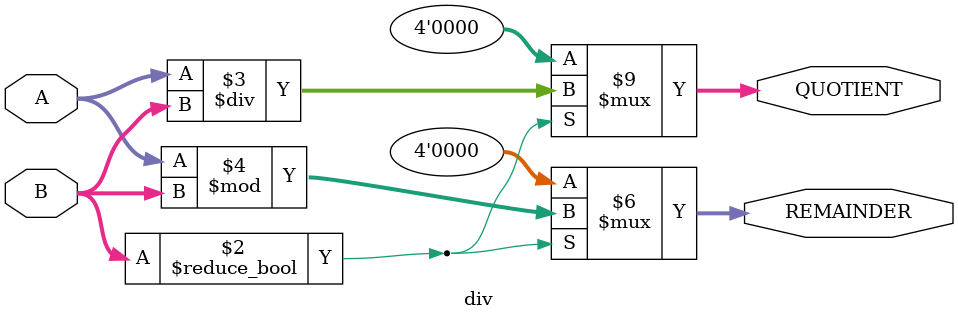
<source format=v>
module div (
    input  [3:0] A, B,      
    output reg [3:0] QUOTIENT,
    output reg [3:0] REMAINDER
);
    always @(*) begin
        if (B != 0) begin
            QUOTIENT  = A / B;
            REMAINDER = A % B;
        end else begin
            QUOTIENT  = 4'b0000;
            REMAINDER = 4'b0000; 
        end
    end

endmodule

</source>
